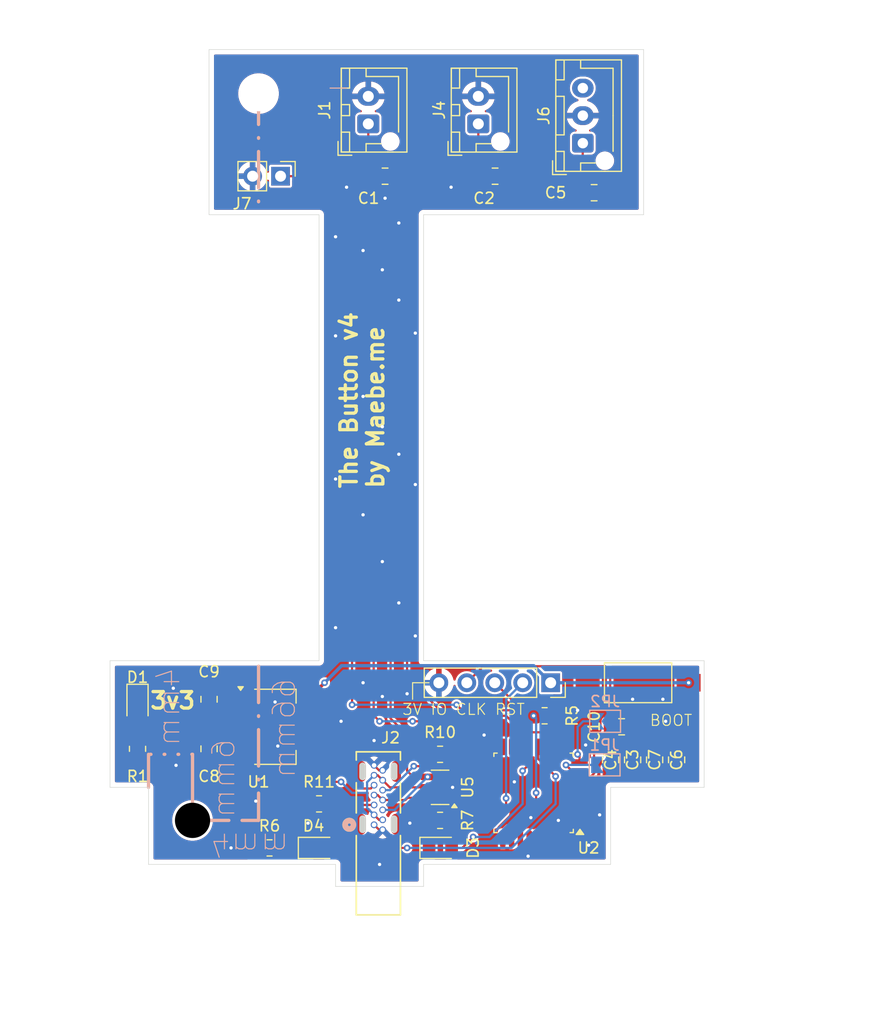
<source format=kicad_pcb>
(kicad_pcb (version 20240108) (generator "pcbnew") (generator_version "8.0")
  (layers (0 "F.Cu" signal) (31 "B.Cu" signal) (34 "B.Paste" user) (35 "F.Paste" user) (36 "B.SilkS" user "B.Silkscreen") (37 "F.SilkS" user "F.Silkscreen") (38 "B.Mask" user) (39 "F.Mask" user) (44 "Edge.Cuts" user))
  (net 0 "")
  (net 1 "VDD_3V")
  (net 2 "GND")
  (net 3 "VDDA_5V")
  (net 4 "NRST")
  (net 5 "Net-(D1-A)")
  (net 6 "USR_LED_2")
  (net 7 "Net-(D3-K)")
  (net 8 "USR_LED_1")
  (net 9 "Net-(D4-K)")
  (net 10 "D_P")
  (net 11 "D_N")
  (net 12 "Net-(J2-CC2)")
  (net 13 "Net-(J2-CC1)")
  (net 14 "Net-(J7-Pin_1)")
  (net 15 "SWDIO")
  (net 16 "SWDCLK")
  (net 25 "HW_CFG_1")
  (net 33 "BTN_HI")
  (net 35 "BTN_LO")
  (net 36 "BTN_KEY")
  (net 38 "HW_CFG_2")
  (footprint "Resistor_SMD:R_0805_2012Metric_Pad1.20x1.40mm_HandSolder" (layer "F.Cu") (at 176.5 94)
    (property "Reference" "R7" (at 2.5 0 90) (layer "F.SilkS"))
    (property "Value" "1k")
    (pad "1" smd roundrect (at -1 0) (size 1.2 1.4) (layers "F.Cu" "F.Paste" "F.Mask") (roundrect_rratio 0.208333) (net 7 "Net-(D3-K)"))
    (pad "2" smd roundrect (at 1 0) (size 1.2 1.4) (layers "F.Cu" "F.Paste" "F.Mask") (roundrect_rratio 0.208333) (net 2 "GND"))
  )
  (footprint "Capacitor_SMD:C_0805_2012Metric_Pad1.18x1.45mm_HandSolder" (layer "F.Cu") (at 194 88.5 90)
    (property "Reference" "C3" (at 0 0 90) (layer "F.SilkS"))
    (property "Value" "100n")
    (pad "1" smd roundrect (at -1.0375 0 90) (size 1.175 1.45) (layers "F.Cu" "F.Paste" "F.Mask") (roundrect_rratio 0.212766) (net 1 "VDD_3V"))
    (pad "2" smd roundrect (at 1.0375 0 90) (size 1.175 1.45) (layers "F.Cu" "F.Paste" "F.Mask") (roundrect_rratio 0.212766) (net 2 "GND"))
  )
  (footprint "Capacitor_SMD:C_0805_2012Metric_Pad1.18x1.45mm_HandSolder" (layer "F.Cu") (at 155.5 87.5 90)
    (property "Reference" "C8" (at -2.5 0 0) (layer "F.SilkS"))
    (property "Value" "10uF")
    (pad "1" smd roundrect (at -1.0375 0 90) (size 1.175 1.45) (layers "F.Cu" "F.Paste" "F.Mask") (roundrect_rratio 0.212766) (net 3 "VDDA_5V"))
    (pad "2" smd roundrect (at 1.0375 0 90) (size 1.175 1.45) (layers "F.Cu" "F.Paste" "F.Mask") (roundrect_rratio 0.212766) (net 2 "GND"))
  )
  (footprint "LED_SMD:LED_0805_2012Metric_Pad1.15x1.40mm_HandSolder" (layer "F.Cu") (at 165.475 96.5)
    (property "Reference" "D4" (at -0.475 -2 0) (layer "F.SilkS"))
    (property "Value" "USR LED 1")
    (pad "1" smd roundrect (at -1.025 0) (size 1.15 1.4) (layers "F.Cu" "F.Paste" "F.Mask") (roundrect_rratio 0.217391) (net 9 "Net-(D4-K)"))
    (pad "2" smd roundrect (at 1.025 0) (size 1.15 1.4) (layers "F.Cu" "F.Paste" "F.Mask") (roundrect_rratio 0.217391) (net 8 "USR_LED_1"))
  )
  (footprint "Package_TO_SOT_SMD:SOT-223-3_TabPin2" (layer "F.Cu") (at 161.5 85.5)
    (property "Reference" "U1" (at -1.5 5 360) (layer "F.SilkS"))
    (property "Value" "LD1117S33TR_SOT223")
    (pad "1" smd roundrect (at -3.15 -2.3) (size 2 1.5) (layers "F.Cu" "F.Paste" "F.Mask") (net 2 "GND"))
    (pad "2" smd roundrect (at -3.15 0) (size 2 1.5) (layers "F.Cu" "F.Paste" "F.Mask") (net 1 "VDD_3V"))
    (pad "2" smd roundrect (at 3.15 0) (size 2 3.8) (layers "F.Cu" "F.Paste" "F.Mask") (net 1 "VDD_3V"))
    (pad "3" smd roundrect (at -3.15 2.3) (size 2 1.5) (layers "F.Cu" "F.Paste" "F.Mask") (net 3 "VDDA_5V"))
  )
  (footprint "Connector_PinSocket_2.54mm:PinSocket_1x05_P2.54mm_Vertical" (layer "F.Cu") (at 186.55 81.5 -90)
    (property "Reference" "J5" (hide yes))
    (property "Value" "Conn_01x05_Pin")
    (pad "1" thru_hole rect (at 0 0 270) (size 1.7 1.7) (drill 1) (layers "*.Cu" "*.Mask") (net 1 "VDD_3V"))
    (pad "2" thru_hole oval (at 0 2.54 270) (size 1.7 1.7) (drill 1) (layers "*.Cu" "*.Mask") (net 15 "SWDIO"))
    (pad "3" thru_hole oval (at 0 5.08 270) (size 1.7 1.7) (drill 1) (layers "*.Cu" "*.Mask") (net 16 "SWDCLK"))
    (pad "4" thru_hole oval (at 0 7.62 270) (size 1.7 1.7) (drill 1) (layers "*.Cu" "*.Mask") (net 4 "NRST"))
    (pad "5" thru_hole oval (at 0 10.16 270) (size 1.7 1.7) (drill 1) (layers "*.Cu" "*.Mask") (net 2 "GND"))
  )
  (footprint "Capacitor_SMD:C_0805_2012Metric_Pad1.18x1.45mm_HandSolder" (layer "F.Cu") (at 171.5 35.5)
    (property "Reference" "C1" (at -1.5 2 360) (layer "F.SilkS"))
    (property "Value" "100nF")
    (pad "1" smd roundrect (at -1.0375 0) (size 1.175 1.45) (layers "F.Cu" "F.Paste" "F.Mask") (roundrect_rratio 0.212766) (net 33 "BTN_HI"))
    (pad "2" smd roundrect (at 1.0375 0) (size 1.175 1.45) (layers "F.Cu" "F.Paste" "F.Mask") (roundrect_rratio 0.212766) (net 2 "GND"))
  )
  (footprint "Package_TO_SOT_SMD:SOT-23-6" (layer "F.Cu") (at 176.5 91 180)
    (property "Reference" "U5" (at -2.5 0 90) (layer "F.SilkS"))
    (property "Value" "USBLC6-2SC6")
    (pad "1" smd roundrect (at -1.1375 -0.95 180) (size 1.325 0.6) (layers "F.Cu" "F.Paste" "F.Mask") (net 10 "D_P"))
    (pad "2" smd roundrect (at -1.1375 0 180) (size 1.325 0.6) (layers "F.Cu" "F.Paste" "F.Mask") (net 2 "GND"))
    (pad "3" smd roundrect (at -1.1375 0.95 180) (size 1.325 0.6) (layers "F.Cu" "F.Paste" "F.Mask") (net 11 "D_N"))
    (pad "4" smd roundrect (at 1.1375 0.95 180) (size 1.325 0.6) (layers "F.Cu" "F.Paste" "F.Mask") (net 11 "D_N"))
    (pad "5" smd roundrect (at 1.1375 0 180) (size 1.325 0.6) (layers "F.Cu" "F.Paste" "F.Mask") (net 3 "VDDA_5V"))
    (pad "6" smd roundrect (at 1.1375 -0.95 180) (size 1.325 0.6) (layers "F.Cu" "F.Paste" "F.Mask") (net 10 "D_P"))
  )
  (footprint "Connector_JST:JST_XH_B2B-XH-AM_1x02_P2.50mm_Vertical" (layer "F.Cu") (at 169.975 30.75 90)
    (property "Reference" "J1" (at 1.25 -3.975 90) (layer "F.SilkS"))
    (property "Value" "Conn_01x02")
    (pad "" np_thru_hole circle (at -1.6 2 90) (size 1.2 1.2) (drill 1.2) (layers "*.Cu" "*.Mask"))
    (pad "1" thru_hole roundrect (at 0 0 90) (size 1.7 2) (drill 1) (layers "*.Cu" "*.Mask") (roundrect_rratio 0.147059) (net 33 "BTN_HI"))
    (pad "2" thru_hole oval (at 2.5 0 90) (size 1.7 2) (drill 1) (layers "*.Cu" "*.Mask") (net 2 "GND"))
  )
  (footprint "Resistor_SMD:R_0805_2012Metric_Pad1.20x1.40mm_HandSolder" (layer "F.Cu") (at 176.5 88)
    (property "Reference" "R10" (at 0 -2 360) (layer "F.SilkS"))
    (property "Value" "5k")
    (pad "1" smd roundrect (at -1 0) (size 1.2 1.4) (layers "F.Cu" "F.Paste" "F.Mask") (roundrect_rratio 0.208333) (net 12 "Net-(J2-CC2)"))
    (pad "2" smd roundrect (at 1 0) (size 1.2 1.4) (layers "F.Cu" "F.Paste" "F.Mask") (roundrect_rratio 0.208333) (net 2 "GND"))
  )
  (footprint "LED_SMD:LED_0805_2012Metric_Pad1.15x1.40mm_HandSolder" (layer "F.Cu") (at 149 83.5 -90)
    (property "Reference" "D1" (at -2.5 0 180) (layer "F.SilkS"))
    (property "Value" "LED 3V")
    (pad "1" smd roundrect (at -1.025 0 270) (size 1.15 1.4) (layers "F.Cu" "F.Paste" "F.Mask") (roundrect_rratio 0.217391) (net 2 "GND"))
    (pad "2" smd roundrect (at 1.025 0 270) (size 1.15 1.4) (layers "F.Cu" "F.Paste" "F.Mask") (roundrect_rratio 0.217391) (net 5 "Net-(D1-A)"))
  )
  (footprint "MountingHole:MountingHole_3.2mm_M3" (layer "F.Cu") (at 160 28)
    (property "Reference" "H2" (hide yes))
    (property "Value" "MountingHole")
    (pad "" np_thru_hole circle (at 0 0) (size 3.2 3.2) (drill 3.2) (layers "*.Cu" "*.Mask"))
  )
  (footprint "Capacitor_SMD:C_0805_2012Metric_Pad1.18x1.45mm_HandSolder" (layer "F.Cu") (at 181.5 35.5)
    (property "Reference" "C2" (at -1 2 360) (layer "F.SilkS"))
    (property "Value" "100nF")
    (pad "1" smd roundrect (at -1.0375 0) (size 1.175 1.45) (layers "F.Cu" "F.Paste" "F.Mask") (roundrect_rratio 0.212766) (net 35 "BTN_LO"))
    (pad "2" smd roundrect (at 1.0375 0) (size 1.175 1.45) (layers "F.Cu" "F.Paste" "F.Mask") (roundrect_rratio 0.212766) (net 2 "GND"))
  )
  (footprint "MountingHole:MountingHole_3.2mm_M3" (layer "F.Cu") (at 154 94)
    (property "Reference" "H1" (hide yes))
    (property "Value" "MountingHole")
    (pad "" np_thru_hole circle (at 0 0) (size 3.2 3.2) (drill 3.2) (layers "*.Mask"))
  )
  (footprint "Resistor_SMD:R_0805_2012Metric_Pad1.20x1.40mm_HandSolder" (layer "F.Cu") (at 149 87.5 90)
    (property "Reference" "R1" (at -2.5 0 180) (layer "F.SilkS"))
    (property "Value" "5k")
    (pad "1" smd roundrect (at -1 0 90) (size 1.2 1.4) (layers "F.Cu" "F.Paste" "F.Mask") (roundrect_rratio 0.208333) (net 1 "VDD_3V"))
    (pad "2" smd roundrect (at 1 0 90) (size 1.2 1.4) (layers "F.Cu" "F.Paste" "F.Mask") (roundrect_rratio 0.208333) (net 5 "Net-(D1-A)"))
  )
  (footprint "Capacitor_SMD:C_0805_2012Metric_Pad1.18x1.45mm_HandSolder" (layer "F.Cu") (at 198 88.5 90)
    (property "Reference" "C6" (at 0 0 90) (layer "F.SilkS"))
    (property "Value" "4.7uF")
    (pad "1" smd roundrect (at -1.0375 0 90) (size 1.175 1.45) (layers "F.Cu" "F.Paste" "F.Mask") (roundrect_rratio 0.212766) (net 1 "VDD_3V"))
    (pad "2" smd roundrect (at 1.0375 0 90) (size 1.175 1.45) (layers "F.Cu" "F.Paste" "F.Mask") (roundrect_rratio 0.212766) (net 2 "GND"))
  )
  (footprint "Resistor_SMD:R_0805_2012Metric_Pad1.20x1.40mm_HandSolder" (layer "F.Cu") (at 161 96.5 180)
    (property "Reference" "R6" (at 0 2 0) (layer "F.SilkS"))
    (property "Value" "1k")
    (pad "1" smd roundrect (at -1 0 180) (size 1.2 1.4) (layers "F.Cu" "F.Paste" "F.Mask") (roundrect_rratio 0.208333) (net 9 "Net-(D4-K)"))
    (pad "2" smd roundrect (at 1 0 180) (size 1.2 1.4) (layers "F.Cu" "F.Paste" "F.Mask") (roundrect_rratio 0.208333) (net 2 "GND"))
  )
  (footprint "Capacitor_SMD:C_0805_2012Metric_Pad1.18x1.45mm_HandSolder" (layer "F.Cu") (at 193 85.5)
    (property "Reference" "C10" (at -2.5 0 90) (layer "F.SilkS"))
    (property "Value" "100nF")
    (pad "1" smd roundrect (at -1.0375 0) (size 1.175 1.45) (layers "F.Cu" "F.Paste" "F.Mask") (roundrect_rratio 0.212766) (net 4 "NRST"))
    (pad "2" smd roundrect (at 1.0375 0) (size 1.175 1.45) (layers "F.Cu" "F.Paste" "F.Mask") (roundrect_rratio 0.212766) (net 2 "GND"))
  )
  (footprint "Connector_PinHeader_2.54mm:PinHeader_1x02_P2.54mm_Vertical" (layer "F.Cu") (at 162 35.5 -90)
    (property "Reference" "J7" (at 2.5 3.5 180) (layer "F.SilkS"))
    (property "Value" "Conn_01x02")
    (pad "1" thru_hole rect (at 0 0 270) (size 1.7 1.7) (drill 1) (layers "*.Cu" "*.Mask") (net 14 "Net-(J7-Pin_1)"))
    (pad "2" thru_hole oval (at 0 2.54 270) (size 1.7 1.7) (drill 1) (layers "*.Cu" "*.Mask") (net 2 "GND"))
  )
  (footprint "Resistor_SMD:R_0805_2012Metric_Pad1.20x1.40mm_HandSolder" (layer "F.Cu") (at 165.5 92.5 180)
    (property "Reference" "R11" (at 0 2 180) (layer "F.SilkS"))
    (property "Value" "5k")
    (pad "1" smd roundrect (at -1 0 180) (size 1.2 1.4) (layers "F.Cu" "F.Paste" "F.Mask") (roundrect_rratio 0.208333) (net 13 "Net-(J2-CC1)"))
    (pad "2" smd roundrect (at 1 0 180) (size 1.2 1.4) (layers "F.Cu" "F.Paste" "F.Mask") (roundrect_rratio 0.208333) (net 2 "GND"))
  )
  (footprint "LED_SMD:LED_0805_2012Metric_Pad1.15x1.40mm_HandSolder" (layer "F.Cu") (at 176.525 96.5)
    (property "Reference" "D3" (at 2.975 0 90) (layer "F.SilkS"))
    (property "Value" "USR LED 2")
    (pad "1" smd roundrect (at -1.025 0) (size 1.15 1.4) (layers "F.Cu" "F.Paste" "F.Mask") (roundrect_rratio 0.217391) (net 7 "Net-(D3-K)"))
    (pad "2" smd roundrect (at 1.025 0) (size 1.15 1.4) (layers "F.Cu" "F.Paste" "F.Mask") (roundrect_rratio 0.217391) (net 6 "USR_LED_2"))
  )
  (footprint "Resistor_SMD:R_0805_2012Metric_Pad1.20x1.40mm_HandSolder" (layer "F.Cu") (at 186 84.5)
    (property "Reference" "R5" (at 2.5 0 90) (layer "F.SilkS"))
    (property "Value" "5k")
    (pad "1" smd roundrect (at -1 0) (size 1.2 1.4) (layers "F.Cu" "F.Paste" "F.Mask") (roundrect_rratio 0.208333) (net 16 "SWDCLK"))
    (pad "2" smd roundrect (at 1 0) (size 1.2 1.4) (layers "F.Cu" "F.Paste" "F.Mask") (roundrect_rratio 0.208333) (net 2 "GND"))
  )
  (footprint "Connector_JST:JST_XH_B3B-XH-AM_1x03_P2.50mm_Vertical" (layer "F.Cu") (at 189.475 32.5 90)
    (property "Reference" "J6" (at 2.5 -3.55 90) (layer "F.SilkS"))
    (property "Value" "Conn_01x03")
    (pad "" np_thru_hole circle (at -1.6 2 90) (size 1.2 1.2) (drill 1.2) (layers "*.Cu" "*.Mask"))
    (pad "1" thru_hole roundrect (at 0 0 90) (size 1.7 1.95) (drill 0.95) (layers "*.Cu" "*.Mask") (roundrect_rratio 0.147059) (net 36 "BTN_KEY"))
    (pad "2" thru_hole oval (at 2.5 0 90) (size 1.7 1.95) (drill 0.95) (layers "*.Cu" "*.Mask") (net 2 "GND"))
    (pad "3" thru_hole oval (at 5 0 90) (size 1.7 1.95) (drill 0.95) (layers "*.Cu" "*.Mask"))
  )
  (footprint "USB:216989-0001_MOL" (layer "F.Cu") (at 170.5 94.399999)
    (property "Reference" "J2" (at 1.5 -7.899999 0) (layer "F.SilkS"))
    (property "Value" "2169890001")
    (fp_line (start -1.04 -4.3547) (end -1.04 -5.3453) (stroke (width 0.6096)) (layer "Edge.Cuts"))
    (fp_line (start -1.04 0.4453) (end -1.04 -0.5453) (stroke (width 0.6096)) (layer "Edge.Cuts"))
    (fp_line (start 1.82 -4.354701) (end 1.82 -5.345301) (stroke (width 0.6096)) (layer "Edge.Cuts"))
    (fp_line (start 1.82 0.4453) (end 1.82 -0.5453) (stroke (width 0.6096)) (layer "Edge.Cuts"))
    (pad "15" smd oval (at -1.2 -4.850001) (size 0.889 1.905) (layers "F.Cu" "F.Paste" "F.Mask"))
    (pad "16" smd oval (at 2 -4.850001) (size 0.889 1.905) (layers "F.Cu" "F.Paste" "F.Mask"))
    (pad "17" smd oval (at -1.2 -0.05) (size 0.889 1.905) (layers "F.Cu" "F.Paste" "F.Mask"))
    (pad "18" smd oval (at 2 -0.05) (size 0.889 1.905) (layers "F.Cu" "F.Paste" "F.Mask"))
    (pad "A1" thru_hole circle (at 0 0) (size 0.6096 0.6096) (drill 0.4064) (layers "*.Cu" "*.Mask") (net 2 "GND"))
    (pad "A4" thru_hole circle (at 0 -0.900001) (size 0.6096 0.6096) (drill 0.4064) (layers "*.Cu" "*.Mask") (net 3 "VDDA_5V"))
    (pad "A5" thru_hole circle (at 0 -1.799999) (size 0.6096 0.6096) (drill 0.4064) (layers "*.Cu" "*.Mask") (net 13 "Net-(J2-CC1)"))
    (pad "A6" thru_hole circle (at 0 -2.7) (size 0.6096 0.6096) (drill 0.4064) (layers "*.Cu" "*.Mask") (net 10 "D_P"))
    (pad "A7" thru_hole circle (at 0 -3.6) (size 0.6096 0.6096) (drill 0.4064) (layers "*.Cu" "*.Mask") (net 11 "D_N"))
    (pad "A9" thru_hole circle (at 0 -4.499999) (size 0.6096 0.6096) (drill 0.4064) (layers "*.Cu" "*.Mask") (net 3 "VDDA_5V"))
    (pad "A12" thru_hole circle (at 0 -5.399999) (size 0.6096 0.6096) (drill 0.4064) (layers "*.Cu" "*.Mask") (net 2 "GND"))
    (pad "B1" thru_hole circle (at 0.780001 -4.949999) (size 0.6096 0.6096) (drill 0.4064) (layers "*.Cu" "*.Mask") (net 2 "GND"))
    (pad "B4" thru_hole circle (at 0.780001 -4.049999) (size 0.6096 0.6096) (drill 0.4064) (layers "*.Cu" "*.Mask") (net 3 "VDDA_5V"))
    (pad "B5" thru_hole circle (at 0.780001 -3.15) (size 0.6096 0.6096) (drill 0.4064) (layers "*.Cu" "*.Mask") (net 12 "Net-(J2-CC2)"))
    (pad "B6" thru_hole circle (at 0.780001 -2.25) (size 0.6096 0.6096) (drill 0.4064) (layers "*.Cu" "*.Mask") (net 10 "D_P"))
    (pad "B7" thru_hole circle (at 0.780001 -1.349999) (size 0.6096 0.6096) (drill 0.4064) (layers "*.Cu" "*.Mask") (net 11 "D_N"))
    (pad "B9" thru_hole circle (at 0.780001 -0.450001) (size 0.6096 0.6096) (drill 0.4064) (layers "*.Cu" "*.Mask") (net 3 "VDDA_5V"))
    (pad "B12" thru_hole circle (at 0.780001 0.45) (size 0.6096 0.6096) (drill 0.4064) (layers "*.Cu" "*.Mask") (net 2 "GND"))
  )
  (footprint "Button_Switch_SMD:SW_SPST_FSMSM" (layer "F.Cu") (at 194.5 81.5)
    (property "Reference" "SW8" (hide yes))
    (property "Value" "SW_SPST BOOT")
    (pad "1" smd rect (at -4.59 0) (size 2.18 1.6) (layers "F.Cu" "F.Paste" "F.Mask") (net 16 "SWDCLK"))
    (pad "2" smd rect (at 4.59 0) (size 2.18 1.6) (layers "F.Cu" "F.Paste" "F.Mask") (net 1 "VDD_3V"))
  )
  (footprint "Capacitor_SMD:C_0805_2012Metric_Pad1.18x1.45mm_HandSolder" (layer "F.Cu") (at 155.5 83 90)
    (property "Reference" "C9" (at 2.5 0 180) (layer "F.SilkS"))
    (property "Value" "10uF")
    (pad "1" smd roundrect (at -1.0375 0 90) (size 1.175 1.45) (layers "F.Cu" "F.Paste" "F.Mask") (roundrect_rratio 0.212766) (net 1 "VDD_3V"))
    (pad "2" smd roundrect (at 1.0375 0 90) (size 1.175 1.45) (layers "F.Cu" "F.Paste" "F.Mask") (roundrect_rratio 0.212766) (net 2 "GND"))
  )
  (footprint "Capacitor_SMD:C_0805_2012Metric_Pad1.18x1.45mm_HandSolder" (layer "F.Cu") (at 190.5 37)
    (property "Reference" "C5" (at -3.5 0 360) (layer "F.SilkS"))
    (property "Value" "100nF")
    (pad "1" smd roundrect (at -1.0375 0) (size 1.175 1.45) (layers "F.Cu" "F.Paste" "F.Mask") (roundrect_rratio 0.212766) (net 36 "BTN_KEY"))
    (pad "2" smd roundrect (at 1.0375 0) (size 1.175 1.45) (layers "F.Cu" "F.Paste" "F.Mask") (roundrect_rratio 0.212766) (net 2 "GND"))
  )
  (footprint "Capacitor_SMD:C_0805_2012Metric_Pad1.18x1.45mm_HandSolder" (layer "F.Cu") (at 196 88.5 90)
    (property "Reference" "C7" (at 0 0 -90) (layer "F.SilkS"))
    (property "Value" "4.7Uf")
    (pad "1" smd roundrect (at -1.0375 0 90) (size 1.175 1.45) (layers "F.Cu" "F.Paste" "F.Mask") (roundrect_rratio 0.212766) (net 1 "VDD_3V"))
    (pad "2" smd roundrect (at 1.0375 0 90) (size 1.175 1.45) (layers "F.Cu" "F.Paste" "F.Mask") (roundrect_rratio 0.212766) (net 2 "GND"))
  )
  (footprint "Capacitor_SMD:C_0805_2012Metric_Pad1.18x1.45mm_HandSolder" (layer "F.Cu") (at 192 88.5 90)
    (property "Reference" "C4" (at 0 0 90) (layer "F.SilkS"))
    (property "Value" "100n")
    (pad "1" smd roundrect (at -1.0375 0 90) (size 1.175 1.45) (layers "F.Cu" "F.Paste" "F.Mask") (roundrect_rratio 0.212766) (net 1 "VDD_3V"))
    (pad "2" smd roundrect (at 1.0375 0 90) (size 1.175 1.45) (layers "F.Cu" "F.Paste" "F.Mask") (roundrect_rratio 0.212766) (net 2 "GND"))
  )
  (footprint "Package_QFP:LQFP-32_7x7mm_P0.8mm" (layer "F.Cu") (at 185 91.5 180)
    (property "Reference" "U2" (at -5 -5 360) (layer "F.SilkS"))
    (property "Value" "STM32C071KBTx")
    (pad "1" smd roundrect (at -4.175 -2.8 180) (size 1.5 0.5) (layers "F.Cu" "F.Paste" "F.Mask"))
    (pad "2" smd roundrect (at -4.175 -2 180) (size 1.5 0.5) (layers "F.Cu" "F.Paste" "F.Mask"))
    (pad "3" smd roundrect (at -4.175 -1.2 180) (size 1.5 0.5) (layers "F.Cu" "F.Paste" "F.Mask"))
    (pad "4" smd roundrect (at -4.175 -0.4 180) (size 1.5 0.5) (layers "F.Cu" "F.Paste" "F.Mask") (net 1 "VDD_3V"))
    (pad "5" smd roundrect (at -4.175 0.4 180) (size 1.5 0.5) (layers "F.Cu" "F.Paste" "F.Mask") (net 2 "GND"))
    (pad "6" smd roundrect (at -4.175 1.2 180) (size 1.5 0.5) (layers "F.Cu" "F.Paste" "F.Mask") (net 4 "NRST"))
    (pad "7" smd roundrect (at -4.175 2 180) (size 1.5 0.5) (layers "F.Cu" "F.Paste" "F.Mask") (net 25 "HW_CFG_1"))
    (pad "8" smd roundrect (at -4.175 2.8 180) (size 1.5 0.5) (layers "F.Cu" "F.Paste" "F.Mask") (net 38 "HW_CFG_2"))
    (pad "9" smd roundrect (at -2.8 4.175 180) (size 0.5 1.5) (layers "F.Cu" "F.Paste" "F.Mask") (net 14 "Net-(J7-Pin_1)"))
    (pad "10" smd roundrect (at -2 4.175 180) (size 0.5 1.5) (layers "F.Cu" "F.Paste" "F.Mask"))
    (pad "11" smd roundrect (at -1.2 4.175 180) (size 0.5 1.5) (layers "F.Cu" "F.Paste" "F.Mask"))
    (pad "12" smd roundrect (at -0.4 4.175 180) (size 0.5 1.5) (layers "F.Cu" "F.Paste" "F.Mask") (net 8 "USR_LED_1"))
    (pad "13" smd roundrect (at 0.4 4.175 180) (size 0.5 1.5) (layers "F.Cu" "F.Paste" "F.Mask") (net 6 "USR_LED_2"))
    (pad "14" smd roundrect (at 1.2 4.175 180) (size 0.5 1.5) (layers "F.Cu" "F.Paste" "F.Mask") (net 36 "BTN_KEY"))
    (pad "15" smd roundrect (at 2 4.175 180) (size 0.5 1.5) (layers "F.Cu" "F.Paste" "F.Mask"))
    (pad "16" smd roundrect (at 2.8 4.175 180) (size 0.5 1.5) (layers "F.Cu" "F.Paste" "F.Mask"))
    (pad "17" smd roundrect (at 4.175 2.8 180) (size 1.5 0.5) (layers "F.Cu" "F.Paste" "F.Mask"))
    (pad "18" smd roundrect (at 4.175 2 180) (size 1.5 0.5) (layers "F.Cu" "F.Paste" "F.Mask") (net 33 "BTN_HI"))
    (pad "19" smd roundrect (at 4.175 1.2 180) (size 1.5 0.5) (layers "F.Cu" "F.Paste" "F.Mask") (net 35 "BTN_LO"))
    (pad "20" smd roundrect (at 4.175 0.4 180) (size 1.5 0.5) (layers "F.Cu" "F.Paste" "F.Mask"))
    (pad "21" smd roundrect (at 4.175 -0.4 180) (size 1.5 0.5) (layers "F.Cu" "F.Paste" "F.Mask"))
    (pad "22" smd roundrect (at 4.175 -1.2 180) (size 1.5 0.5) (layers "F.Cu" "F.Paste" "F.Mask") (net 11 "D_N"))
    (pad "23" smd roundrect (at 4.175 -2 180) (size 1.5 0.5) (layers "F.Cu" "F.Paste" "F.Mask") (net 10 "D_P"))
    (pad "24" smd roundrect (at 4.175 -2.8 180) (size 1.5 0.5) (layers "F.Cu" "F.Paste" "F.Mask") (net 15 "SWDIO"))
    (pad "25" smd roundrect (at 2.8 -4.175 180) (size 0.5 1.5) (layers "F.Cu" "F.Paste" "F.Mask") (net 16 "SWDCLK"))
    (pad "26" smd roundrect (at 2 -4.175 180) (size 0.5 1.5) (layers "F.Cu" "F.Paste" "F.Mask"))
    (pad "27" smd roundrect (at 1.2 -4.175 180) (size 0.5 1.5) (layers "F.Cu" "F.Paste" "F.Mask"))
    (pad "28" smd roundrect (at 0.4 -4.175 180) (size 0.5 1.5) (layers "F.Cu" "F.Paste" "F.Mask"))
    (pad "29" smd roundrect (at -0.4 -4.175 180) (size 0.5 1.5) (layers "F.Cu" "F.Paste" "F.Mask"))
    (pad "30" smd roundrect (at -1.2 -4.175 180) (size 0.5 1.5) (layers "F.Cu" "F.Paste" "F.Mask"))
    (pad "31" smd roundrect (at -2 -4.175 180) (size 0.5 1.5) (layers "F.Cu" "F.Paste" "F.Mask"))
    (pad "32" smd roundrect (at -2.8 -4.175 180) (size 0.5 1.5) (layers "F.Cu" "F.Paste" "F.Mask"))
  )
  (footprint "Connector_JST:JST_XH_B2B-XH-AM_1x02_P2.50mm_Vertical" (layer "F.Cu") (at 179.975 30.75 90)
    (property "Reference" "J4" (at 1.25 -3.55 90) (layer "F.SilkS"))
    (property "Value" "Conn_01x02")
    (pad "" np_thru_hole circle (at -1.6 2 90) (size 1.2 1.2) (drill 1.2) (layers "*.Cu" "*.Mask"))
    (pad "1" thru_hole roundrect (at 0 0 90) (size 1.7 2) (drill 1) (layers "*.Cu" "*.Mask") (roundrect_rratio 0.147059) (net 35 "BTN_LO"))
    (pad "2" thru_hole oval (at 2.5 0 90) (size 1.7 2) (drill 1) (layers "*.Cu" "*.Mask") (net 2 "GND"))
  )
  (footprint "Jumper:SolderJumper-2_P1.3mm_Open_TrianglePad1.0x1.5mm" (layer "B.Cu") (at 191.456908 88.958646 180)
    (property "Reference" "JP1" (at 0 1.8 0) (layer "B.SilkS") (effects (justify mirror)))
    (property "Value" "SolderJumper_2_Open")
    (pad "1" smd custom (at -0.725 0 180) (size 0.3 0.3) (layers "B.Cu" "B.Mask") (net 2 "GND") (options (clearance outline) (anchor rect)) (primitives (gr_poly (pts (xy 1 0) (xy 0.5 -0.75) (xy -0.5 -0.75) (xy -0.5 0.75) (xy 0.5 0.75)) (width 0) (fill yes))))
    (pad "2" smd custom (at 0.725 0 180) (size 0.3 0.3) (layers "B.Cu" "B.Mask") (net 25 "HW_CFG_1") (options (clearance outline) (anchor rect)) (primitives (gr_poly (pts (xy 0.5 -0.75) (xy -0.65 -0.75) (xy -0.15 0) (xy -0.65 0.75) (xy 0.5 0.75)) (width 0) (fill yes))))
  )
  (footprint "Jumper:SolderJumper-2_P1.3mm_Open_TrianglePad1.0x1.5mm" (layer "B.Cu") (at 191.5 85 180)
    (property "Reference" "JP2" (at 0 1.8 0) (layer "B.SilkS") (effects (justify mirror)))
    (property "Value" "SolderJumper_2_Open")
    (pad "1" smd custom (at -0.725 0 180) (size 0.3 0.3) (layers "B.Cu" "B.Mask") (net 2 "GND") (options (clearance outline) (anchor rect)) (primitives (gr_poly (pts (xy 1 0) (xy 0.5 -0.75) (xy -0.5 -0.75) (xy -0.5 0.75) (xy 0.5 0.75)) (width 0) (fill yes))))
    (pad "2" smd custom (at 0.725 0 180) (size 0.3 0.3) (layers "B.Cu" "B.Mask") (net 38 "HW_CFG_2") (options (clearance outline) (anchor rect)) (primitives (gr_poly (pts (xy 0.5 -0.75) (xy -0.65 -0.75) (xy -0.15 0) (xy -0.65 0.75) (xy 0.5 0.75)) (width 0) (fill yes))))
  )
  (gr_line (start 154 94.5) (end 154 88) (stroke (width 0.3)) (layer "B.SilkS"))
  (gr_line (start 154 88) (end 150 88) (stroke (width 0.3) (type dot)) (layer "B.SilkS"))
  (gr_line (start 150 88) (end 150 91) (stroke (width 0.3)) (layer "B.SilkS"))
  (gr_line (start 160 80) (end 160 94) (stroke (width 0.3) (type dash_dot)) (layer "B.SilkS"))
  (gr_line (start 154 94) (end 160 94) (stroke (width 0.3) (type dash)) (layer "B.SilkS"))
  (gr_line (start 166.5 27.5) (end 168 27.5) (stroke (width 0.1)) (layer "B.SilkS"))
  (gr_line (start 160.5 27.5) (end 160 27.5) (stroke (width 0.1)) (layer "B.SilkS"))
  (gr_line (start 160 27.5) (end 160 38.5) (stroke (width 0.3) (type dash_dot)) (layer "B.SilkS"))
  (gr_line (start 174 81.5) (end 175.5 81.5) (stroke (width 0.1)) (layer "F.SilkS"))
  (gr_line (start 174 83) (end 174 81.5) (stroke (width 0.1)) (layer "F.SilkS"))
  (gr_line (start 155.5 24) (end 195 24) (stroke (width 0.05)) (layer "Edge.Cuts"))
  (gr_line (start 150 91) (end 146.5 91) (stroke (width 0.05)) (layer "Edge.Cuts"))
  (gr_line (start 200.5 79.5) (end 175 79.5) (stroke (width 0.05)) (layer "Edge.Cuts"))
  (gr_line (start 195 39) (end 195 24) (stroke (width 0.05)) (layer "Edge.Cuts"))
  (gr_line (start 146.5 79.5) (end 165.5 79.5) (stroke (width 0.05)) (layer "Edge.Cuts"))
  (gr_line (start 200.5 91) (end 200.5 79.5) (stroke (width 0.05)) (layer "Edge.Cuts"))
  (gr_line (start 192 91) (end 200.5 91) (stroke (width 0.05)) (layer "Edge.Cuts"))
  (gr_line (start 175 39) (end 195 39) (stroke (width 0.05)) (layer "Edge.Cuts"))
  (gr_line (start 175 100) (end 167 100) (stroke (width 0.05)) (layer "Edge.Cuts"))
  (gr_line (start 192 98) (end 175 98) (stroke (width 0.05)) (layer "Edge.Cuts"))
  (gr_line (start 192 98) (end 192 91) (stroke (width 0.05)) (layer "Edge.Cuts"))
  (gr_line (start 146.5 91) (end 146.5 79.5) (stroke (width 0.05)) (layer "Edge.Cuts"))
  (gr_line (start 167 100) (end 167 98) (stroke (width 0.05)) (layer "Edge.Cuts"))
  (gr_line (start 167 98) (end 150 98) (stroke (width 0.05)) (layer "Edge.Cuts"))
  (gr_line (start 150 98) (end 150 91) (stroke (width 0.05)) (layer "Edge.Cuts"))
  (gr_line (start 165.5 39) (end 155.5 39) (stroke (width 0.05)) (layer "Edge.Cuts"))
  (gr_line (start 155.5 39) (end 155.5 24) (stroke (width 0.05)) (layer "Edge.Cuts"))
  (gr_line (start 175 98) (end 175 100) (stroke (width 0.05)) (layer "Edge.Cuts"))
  (gr_line (start 175 79.5) (end 175 39) (stroke (width 0.05)) (layer "Edge.Cuts"))
  (gr_line (start 165.5 79.5) (end 165.5 39) (stroke (width 0.05)) (layer "Edge.Cuts"))
  (gr_text "6mm\n" (at 158 86.5 90) (layer "B.SilkS") (effects (font (size 2 2) (thickness 0.1)) (justify left bottom mirror)))
  (gr_text "66mm" (at 163.5 81 90) (layer "B.SilkS") (effects (font (size 2 2) (thickness 0.1)) (justify left bottom mirror)))
  (gr_text "4mm" (at 155.5 95 180) (layer "B.SilkS") (effects (font (size 2 2) (thickness 0.1)) (justify left bottom mirror)))
  (gr_text "4mm" (at 153 80 90) (layer "B.SilkS") (effects (font (size 2 2) (thickness 0.1)) (justify left bottom mirror)))
  (gr_text "3V IO CLK RST\n" (at 173 84.5 0) (layer "F.SilkS") (effects (font (size 1 1) (thickness 0.1)) (justify left bottom)))
  (gr_text "3v3" (at 150 84 0) (layer "F.SilkS") (effects (font (size 1.5 1.5) (thickness 0.3) (bold yes)) (justify left bottom)))
  (gr_text "BOOT\n" (at 195.5 85.5 0) (layer "F.SilkS") (effects (font (size 1 1) (thickness 0.1)) (justify left bottom)))
  (gr_text "The Button v4\nby Maebe.me" (at 171.5 64 90) (layer "F.SilkS") (effects (font (size 1.5 1.5) (thickness 0.3) (bold yes)) (justify left bottom)))
  (segment (start 190.6 91.9) (end 191 91.5) (width 0.3) (layer "F.Cu") (net 1))
  (segment (start 192 89.5375) (end 191 90.5375) (width 0.3) (layer "F.Cu") (net 1))
  (segment (start 199.5 88.0375) (end 198 89.5375) (width 0.3) (layer "F.Cu") (net 1))
  (segment (start 164.65 85.5) (end 164.65 82.85) (width 0.3) (layer "F.Cu") (net 1))
  (segment (start 191 91.5) (end 191 90.5375) (width 0.3) (layer "F.Cu") (net 1))
  (segment (start 198 89.5375) (end 192 89.5375) (width 0.3) (layer "F.Cu") (net 1))
  (segment (start 164.65 85.5) (end 158.35 85.5) (width 0.3) (layer "F.Cu") (net 1))
  (segment (start 199.5 84.5) (end 199.5 88.0375) (width 0.3) (layer "F.Cu") (net 1))
  (segment (start 154.4625 84.0375) (end 155.5 84.0375) (width 0.2) (layer "F.Cu") (net 1))
  (segment (start 199.09 84.09) (end 199.5 84.5) (width 0.3) (layer "F.Cu") (net 1))
  (segment (start 164.65 82.85) (end 166 81.5) (width 0.3) (layer "F.Cu") (net 1))
  (segment (start 155.5 84.0375) (end 156.5375 84.0375) (width 0.2) (layer "F.Cu") (net 1))
  (segment (start 158 85.5) (end 158.35 85.5) (width 0.2) (layer "F.Cu") (net 1))
  (segment (start 149 88.5) (end 150 88.5) (width 0.2) (layer "F.Cu") (net 1))
  (segment (start 189.175 91.9) (end 190.6 91.9) (width 0.3) (layer "F.Cu") (net 1))
  (segment (start 150 88.5) (end 154.4625 84.0375) (width 0.2) (layer "F.Cu") (net 1))
  (segment (start 156.5375 84.0375) (end 158 85.5) (width 0.2) (layer "F.Cu") (net 1))
  (segment (start 199.09 81.5) (end 199.09 84.09) (width 0.3) (layer "F.Cu") (net 1))
  (via (at 166 81.5) (size 0.6) (drill 0.3) (layers "F.Cu" "B.Cu") (net 1))
  (via (at 199.09 81.5) (size 0.6) (drill 0.3) (layers "F.Cu" "B.Cu") (net 1))
  (segment (start 186.55 81.5) (end 185 79.95) (width 0.3) (layer "B.Cu") (net 1))
  (segment (start 186.55 81.5) (end 199.09 81.5) (width 0.3) (layer "B.Cu") (net 1))
  (segment (start 167.55 79.95) (end 166 81.5) (width 0.3) (layer "B.Cu") (net 1))
  (segment (start 185 79.95) (end 167.55 79.95) (width 0.3) (layer "B.Cu") (net 1))
  (segment (start 171.280001 94.849999) (end 170.95 94.849999) (width 0.2) (layer "F.Cu") (net 2))
  (segment (start 170.95 94.849999) (end 170.5 94.399999) (width 0.2) (layer "F.Cu") (net 2))
  (segment (start 171.280001 89.45) (end 170.95 89.45) (width 0.2) (layer "F.Cu") (net 2))
  (segment (start 170.95 89.45) (end 170.5 89) (width 0.2) (layer "F.Cu") (net 2))
  (via (at 161.75 87.25) (size 0.6) (drill 0.3) (layers "F.Cu" "B.Cu") (net 2))
  (via (at 189 84) (size 0.6) (drill 0.3) (layers "F.Cu" "B.Cu") (net 2))
  (via (at 169.5 55.5) (size 0.6) (drill 0.3) (layers "F.Cu" "B.Cu") (net 2))
  (via (at 172.75 46.75) (size 0.6) (drill 0.3) (layers "F.Cu" "B.Cu") (net 2))
  (via (at 191 93.5) (size 0.6) (drill 0.3) (layers "F.Cu" "B.Cu") (net 2))
  (via (at 184.5 97.25) (size 0.6) (drill 0.3) (layers "F.Cu" "B.Cu") (net 2))
  (via (at 180.5 86.25) (size 0.6) (drill 0.3) (layers "F.Cu" "B.Cu") (net 2))
  (via (at 173.75 94.25) (size 0.6) (drill 0.3) (layers "F.Cu" "B.Cu") (net 2))
  (via (at 172.75 39.75) (size 0.6) (drill 0.3) (layers "F.Cu" "B.Cu") (net 2))
  (via (at 172.75 60.75) (size 0.6) (drill 0.3) (layers "F.Cu" "B.Cu") (net 2))
  (via (at 183.25 90.5) (size 0.6) (drill 0.3) (layers "F.Cu" "B.Cu") (net 2))
  (via (at 177.6375 91) (size 0.6) (drill 0.3) (layers "F.Cu" "B.Cu") (net 2))
  (via (at 169.5 81.5) (size 0.6) (drill 0.3) (layers "F.Cu" "B.Cu") (net 2))
  (via (at 169.5 66.25) (size 0.6) (drill 0.3) (layers "F.Cu" "B.Cu") (net 2))
  (via (at 152.25 82) (size 0.6) (drill 0.3) (layers "F.Cu" "B.Cu") (net 2))
  (via (at 184.75 93.75) (size 0.6) (drill 0.3) (layers "F.Cu" "B.Cu") (net 2))
  (via (at 194 83) (size 0.6) (drill 0.3) (layers "F.Cu" "B.Cu") (net 2))
  (via (at 171.25 58.25) (size 0.6) (drill 0.3) (layers "F.Cu" "B.Cu") (net 2))
  (via (at 177.5 36.5) (size 0.6) (drill 0.3) (layers "F.Cu" "B.Cu") (net 2))
  (via (at 164.5 94.25) (size 0.6) (drill 0.3) (layers "F.Cu" "B.Cu") (net 2))
  (via (at 167.5 85) (size 0.6) (drill 0.3) (layers "F.Cu" "B.Cu") (net 2))
  (via (at 168 36.5) (size 0.6) (drill 0.3) (layers "F.Cu" "B.Cu") (net 2))
  (via (at 190 96.25) (size 0.6) (drill 0.3) (layers "F.Cu" "B.Cu") (net 2))
  (via (at 172.75 74.25) (size 0.6) (drill 0.3) (layers "F.Cu" "B.Cu") (net 2))
  (via (at 173.5 82.5) (size 0.6) (drill 0.3) (layers "F.Cu" "B.Cu") (net 2))
  (via (at 174.25 63.5) (size 0.6) (drill 0.3) (layers "F.Cu" "B.Cu") (net 2))
  (via (at 157.5 96.5) (size 0.6) (drill 0.3) (layers "F.Cu" "B.Cu") (net 2))
  (via (at 197 85) (size 0.6) (drill 0.3) (layers "F.Cu" "B.Cu") (net 2))
  (via (at 167 41) (size 0.6) (drill 0.3) (layers "F.Cu" "B.Cu") (net 2))
  (via (at 167 50) (size 0.6) (drill 0.3) (layers "F.Cu" "B.Cu") (net 2))
  (via (at 161.5 83.25) (size 0.6) (drill 0.3) (layers "F.Cu" "B.Cu") (net 2))
  (via (at 174.25 49.75) (size 0.6) (drill 0.3) (layers "F.Cu" "B.Cu") (net 2))
  (via (at 169.5 42.25) (size 0.6) (drill 0.3) (layers "F.Cu" "B.Cu") (net 2))
  (via (at 170.5 86.75) (size 0.6) (drill 0.3) (layers "F.Cu" "B.Cu") (net 2))
  (via (at 167 63) (size 0.6) (drill 0.3) (layers "F.Cu" "B.Cu") (net 2))
  (via (at 187.25 94) (size 0.6) (drill 0.3) (layers "F.Cu" "B.Cu") (net 2))
  (via (at 171.25 70.5) (size 0.6) (drill 0.3) (layers "F.Cu" "B.Cu") (net 2))
  (via (at 171.5 37.5) (size 0.6) (drill 0.3) (layers "F.Cu" "B.Cu") (net 2))
  (via (at 159.75 92.25) (size 0.6) (drill 0.3) (layers "F.Cu" "B.Cu") (net 2))
  (via (at 174.25 77.25) (size 0.6) (drill 0.3) (layers "F.Cu" "B.Cu") (net 2))
  (via (at 171.25 82.75) (size 0.6) (drill 0.3) (layers "F.Cu" "B.Cu") (net 2))
  (via (at 152.5 89) (size 0.6) (drill 0.3) (layers "F.Cu" "B.Cu") (net 2))
  (via (at 196.75 83) (size 0.6) (drill 0.3) (layers "F.Cu" "B.Cu") (net 2))
  (via (at 171.25 44) (size 0.6) (drill 0.3) (layers "F.Cu" "B.Cu") (net 2))
  (via (at 167 76.5) (size 0.6) (drill 0.3) (layers "F.Cu" "B.Cu") (net 2))
  (via (at 189.73 87.152933) (size 0.6) (drill 0.3) (layers "F.Cu" "B.Cu") (net 2))
  (via (at 171 98) (size 0.6) (drill 0.3) (layers "F.Cu" "B.Cu") (net 2))
  (segment (start 175.3625 91) (end 171.930001 91) (width 0.2) (layer "F.Cu") (net 3))
  (segment (start 159.8 87.8) (end 158.35 87.8) (width 0.2) (layer "F.Cu") (net 3))
  (segment (start 156.4625 88.5375) (end 157.2 87.8) (width 0.2) (layer "F.Cu") (net 3))
  (segment (start 171.280001 93.949998) (end 170.95 93.949998) (width 0.2) (layer "F.Cu") (net 3))
  (segment (start 155.5 88.5375) (end 156.4625 88.5375) (width 0.2) (layer "F.Cu") (net 3))
  (segment (start 170.5 89.9) (end 170.830001 89.9) (width 0.2) (layer "F.Cu") (net 3))
  (segment (start 171.930001 91) (end 171.280001 90.35) (width 0.2) (layer "F.Cu") (net 3))
  (segment (start 170.95 93.949998) (end 170.5 93.499998) (width 0.2) (layer "F.Cu") (net 3))
  (segment (start 162.5 90.5) (end 159.8 87.8) (width 0.2) (layer "F.Cu") (net 3))
  (segment (start 170.830001 89.9) (end 171.280001 90.35) (width 0.2) (layer "F.Cu") (net 3))
  (segment (start 157.2 87.8) (end 158.35 87.8) (width 0.2) (layer "F.Cu") (net 3))
  (segment (start 167.5 90.5) (end 162.5 90.5) (width 0.2) (layer "F.Cu") (net 3))
  (via (at 167.5 90.5) (size 0.6) (drill 0.3) (layers "F.Cu" "B.Cu") (net 3))
  (segment (start 169.8668 90.5332) (end 170.5 89.9) (width 0.2) (layer "B.Cu") (net 3))
  (segment (start 168.5 91.5) (end 167.5 90.5) (width 0.2) (layer "B.Cu") (net 3))
  (segment (start 169.8668 91.5) (end 169.8668 90.5332) (width 0.2) (layer "B.Cu") (net 3))
  (segment (start 169.8668 92.866798) (end 169.8668 91.5) (width 0.2) (layer "B.Cu") (net 3))
  (segment (start 169.8668 91.5) (end 168.5 91.5) (width 0.2) (layer "B.Cu") (net 3))
  (segment (start 170.5 93.499998) (end 169.8668 92.866798) (width 0.2) (layer "B.Cu") (net 3))
  (segment (start 189.924999 90.3) (end 189.175 90.3) (width 0.2) (layer "F.Cu") (net 4))
  (segment (start 190.5 86.9625) (end 190.5 89.724999) (width 0.2) (layer "F.Cu") (net 4))
  (segment (start 190.5 89.724999) (end 189.924999 90.3) (width 0.2) (layer "F.Cu") (net 4))
  (segment (start 180.43 80) (end 191.5 80) (width 0.2) (layer "F.Cu") (net 4))
  (segment (start 191.9625 81.0375) (end 191.9625 85.5) (width 0.2) (layer "F.Cu") (net 4))
  (segment (start 192 80.5) (end 192 81) (width 0.2) (layer "F.Cu") (net 4))
  (segment (start 192 81) (end 191.9625 81.0375) (width 0.2) (layer "F.Cu") (net 4))
  (segment (start 191.5 80) (end 192 80.5) (width 0.2) (layer "F.Cu") (net 4))
  (segment (start 178.93 81.5) (end 180.43 80) (width 0.2) (layer "F.Cu") (net 4))
  (segment (start 191.9625 85.5) (end 190.5 86.9625) (width 0.2) (layer "F.Cu") (net 4))
  (segment (start 149 86) (end 149 84.025) (width 0.2) (layer "F.Cu") (net 5))
  (segment (start 178.510482 96.5) (end 179.505241 95.505241) (width 0.2) (layer "F.Cu") (net 6))
  (segment (start 184.6 88.9) (end 184 89.5) (width 0.2) (layer "F.Cu") (net 6))
  (segment (start 184.6 87.325) (end 184.6 88.9) (width 0.2) (layer "F.Cu") (net 6))
  (segment (start 177.55 96.5) (end 178.510482 96.5) (width 0.2) (layer "F.Cu") (net 6))
  (via (at 179.505241 95.505241) (size 0.6) (drill 0.3) (layers "F.Cu" "B.Cu") (net 6))
  (via (at 184 89.5) (size 0.6) (drill 0.3) (layers "F.Cu" "B.Cu") (net 6))
  (segment (start 184 92.5) (end 184 89.5) (width 0.2) (layer "B.Cu") (net 6))
  (segment (start 180.994759 95.505241) (end 184 92.5) (width 0.2) (layer "B.Cu") (net 6))
  (segment (start 179.505241 95.505241) (end 180.994759 95.505241) (width 0.2) (layer "B.Cu") (net 6))
  (segment (start 175.5 94) (end 175.5 96.5) (width 0.2) (layer "F.Cu") (net 7))
  (segment (start 185.4 88.4) (end 187 90) (width 0.2) (layer "F.Cu") (net 8))
  (segment (start 185.4 87.325) (end 185.4 88.4) (width 0.2) (layer "F.Cu") (net 8))
  (segment (start 166.5 96.5) (end 173.5 96.5) (width 0.2) (layer "F.Cu") (net 8))
  (via (at 173.5 96.5) (size 0.6) (drill 0.3) (layers "F.Cu" "B.Cu") (net 8))
  (via (at 187 90) (size 0.6) (drill 0.3) (layers "F.Cu" "B.Cu") (net 8))
  (segment (start 183 96.5) (end 187 92.5) (width 0.2) (layer "B.Cu") (net 8))
  (segment (start 187 92.5) (end 187 90) (width 0.2) (layer "B.Cu") (net 8))
  (segment (start 173.5 96.5) (end 183 96.5) (width 0.2) (layer "B.Cu") (net 8))
  (segment (start 162 96.5) (end 164.45 96.5) (width 0.2) (layer "F.Cu") (net 9))
  (segment (start 179 93) (end 179.5 93.5) (width 0.2) (layer "F.Cu") (net 10))
  (segment (start 173.350001 92.149999) (end 173.55 91.95) (width 0.2) (layer "F.Cu") (net 10))
  (segment (start 171.280001 92.149999) (end 173.350001 92.149999) (width 0.2) (layer "F.Cu") (net 10))
  (segment (start 170.5 91.699999) (end 170.830001 91.699999) (width 0.2) (layer "F.Cu") (net 10))
  (segment (start 173.55 91.95) (end 177.6375 91.95) (width 0.2) (layer "F.Cu") (net 10))
  (segment (start 170.830001 91.699999) (end 171.280001 92.149999) (width 0.2) (layer "F.Cu") (net 10))
  (segment (start 178.45 91.95) (end 179 92.5) (width 0.2) (layer "F.Cu") (net 10))
  (segment (start 177.6375 91.95) (end 178.45 91.95) (width 0.2) (layer "F.Cu") (net 10))
  (segment (start 179 92.5) (end 179 93) (width 0.2) (layer "F.Cu") (net 10))
  (segment (start 179.5 93.5) (end 180.825 93.5) (width 0.2) (layer "F.Cu") (net 10))
  (segment (start 179 90.5) (end 179 91.624999) (width 0.2) (layer "F.Cu") (net 11))
  (segment (start 172.5 87.5) (end 169 87.5) (width 0.2) (layer "F.Cu") (net 11))
  (segment (start 173.5 89.5) (end 173.5 88.5) (width 0.2) (layer "F.Cu") (net 11))
  (segment (start 175.3625 90.05) (end 175.362514 90.05) (width 0.2) (layer "F.Cu") (net 11))
  (segment (start 169 87.5) (end 168 88.5) (width 0.2) (layer "F.Cu") (net 11))
  (segment (start 177.6375 90.05) (end 175.3625 90.05) (width 0.2) (layer "F.Cu") (net 11))
  (segment (start 175.362514 90.05) (end 174.05 90.05) (width 0.2) (layer "F.Cu") (net 11))
  (segment (start 170.1952 91.104799) (end 170.5 90.799999) (width 0.2) (layer "F.Cu") (net 11))
  (segment (start 174.05 90.05) (end 173.5 89.5) (width 0.2) (layer "F.Cu") (net 11))
  (segment (start 178.55 90.05) (end 179 90.5) (width 0.2) (layer "F.Cu") (net 11))
  (segment (start 177.6375 90.05) (end 178.55 90.05) (width 0.2) (layer "F.Cu") (net 11))
  (segment (start 168 90) (end 169.104799 91.104799) (width 0.2) (layer "F.Cu") (net 11))
  (segment (start 168 88.5) (end 168 90) (width 0.2) (layer "F.Cu") (net 11))
  (segment (start 173.5 88.5) (end 172.5 87.5) (width 0.2) (layer "F.Cu") (net 11))
  (segment (start 179 91.624999) (end 180.075001 92.7) (width 0.2) (layer "F.Cu") (net 11))
  (segment (start 180.075001 92.7) (end 180.825 92.7) (width 0.2) (layer "F.Cu") (net 11))
  (segment (start 169.104799 91.104799) (end 170.1952 91.104799) (width 0.2) (layer "F.Cu") (net 11))
  (via (at 175.362514 90.05) (size 0.6) (drill 0.3) (layers "F.Cu" "B.Cu") (net 11))
  (segment (start 172.362514 93.05) (end 175.362514 90.05) (width 0.2) (layer "B.Cu") (net 11))
  (segment (start 171.280001 93.05) (end 172.362514 93.05) (width 0.2) (layer "B.Cu") (net 11))
  (segment (start 175.121177 89.078823) (end 174.111199 89.078823) (width 0.2) (layer "F.Cu") (net 12))
  (segment (start 175.5 88.7) (end 175.121177 89.078823) (width 0.2) (layer "F.Cu") (net 12))
  (segment (start 175.5 88) (end 175.5 88.7) (width 0.2) (layer "F.Cu") (net 12))
  (via (at 174.111199 89.078823) (size 0.6) (drill 0.3) (layers "F.Cu" "B.Cu") (net 12))
  (segment (start 171.280001 91.249999) (end 171.940023 91.249999) (width 0.2) (layer "B.Cu") (net 12))
  (segment (start 171.940023 91.249999) (end 174.111199 89.078823) (width 0.2) (layer "B.Cu") (net 12))
  (segment (start 166.6 92.6) (end 166.5 92.5) (width 0.2) (layer "F.Cu") (net 13))
  (segment (start 170.5 92.6) (end 166.6 92.6) (width 0.2) (layer "F.Cu") (net 13))
  (segment (start 187.5 86) (end 184.915256 86) (width 0.2) (layer "F.Cu") (net 14))
  (segment (start 178.5 84) (end 178 83.5) (width 0.2) (layer "F.Cu") (net 14))
  (segment (start 184.915256 86) (end 183 84.084744) (width 0.2) (layer "F.Cu") (net 14))
  (segment (start 168.5 39.5) (end 168.5 83.5) (width 0.2) (layer "F.Cu") (net 14))
  (segment (start 183 84.084744) (end 183 84) (width 0.2) (layer "F.Cu") (net 14))
  (segment (start 187.8 86.3) (end 187.5 86) (width 0.2) (layer "F.Cu") (net 14))
  (segment (start 183 84) (end 178.5 84) (width 0.2) (layer "F.Cu") (net 14))
  (segment (start 162 35.5) (end 164.5 35.5) (width 0.2) (layer "F.Cu") (net 14))
  (segment (start 164.5 35.5) (end 168.5 39.5) (width 0.2) (layer "F.Cu") (net 14))
  (segment (start 187.8 87.325) (end 187.8 86.3) (width 0.2) (layer "F.Cu") (net 14))
  (via (at 178 83.5) (size 0.6) (drill 0.3) (layers "F.Cu" "B.Cu") (net 14))
  (via (at 168.5 83.5) (size 0.6) (drill 0.3) (layers "F.Cu" "B.Cu") (net 14))
  (segment (start 178 83.5) (end 168.5 83.5) (width 0.2) (layer "B.Cu") (net 14))
  (segment (start 182.500002 93.374997) (end 182.500002 92) (width 0.2) (layer "F.Cu") (net 15))
  (segment (start 180.825 94.3) (end 181.574999 94.3) (width 0.2) (layer "F.Cu") (net 15))
  (segment (start 181.574999 94.3) (end 182.500002 93.374997) (width 0.2) (layer "F.Cu") (net 15))
  (via (at 182.500002 92) (size 0.6) (drill 0.3) (layers "F.Cu" "B.Cu") (net 15))
  (segment (start 184.01 81.5) (end 182.500002 83.009998) (width 0.2) (layer "B.Cu") (net 15))
  (segment (start 182.500002 83.009998) (end 182.500002 92) (width 0.2) (layer "B.Cu") (net 15))
  (segment (start 182.2 95.120494) (end 182.695494 94.625) (width 0.2) (layer "F.Cu") (net 16))
  (segment (start 185.23 92.27) (end 185.23 91.5) (width 0.2) (layer "F.Cu") (net 16))
  (segment (start 182.2 95.675) (end 182.2 95.120494) (width 0.2) (layer "F.Cu") (net 16))
  (segment (start 186.85 82.65) (end 188.76 82.65) (width 0.2) (layer "F.Cu") (net 16))
  (segment (start 185 84.5) (end 186.85 82.65) (width 0.2) (layer "F.Cu") (net 16))
  (segment (start 182.695494 94.625) (end 182.875 94.625) (width 0.2) (layer "F.Cu") (net 16))
  (segment (start 182.875 94.625) (end 185.23 92.27) (width 0.2) (layer "F.Cu") (net 16))
  (segment (start 188.76 82.65) (end 189.91 81.5) (width 0.2) (layer "F.Cu") (net 16))
  (segment (start 184.47 84.5) (end 185 84.5) (width 0.2) (layer "F.Cu") (net 16))
  (segment (start 181.47 81.5) (end 184.47 84.5) (width 0.2) (layer "F.Cu") (net 16))
  (via (at 185.23 91.5) (size 0.6) (drill 0.3) (layers "F.Cu" "B.Cu") (net 16))
  (via (at 185 84.5) (size 0.6) (drill 0.3) (layers "F.Cu" "B.Cu") (net 16))
  (segment (start 185.23 84.73) (end 185.23 91.5) (width 0.2) (layer "B.Cu") (net 16))
  (segment (start 185 84.5) (end 185.23 84.73) (width 0.2) (layer "B.Cu") (net 16))
  (segment (start 188.47333 89.5) (end 187.941167 88.967837) (width 0.2) (layer "F.Cu") (net 25))
  (segment (start 189.175 89.5) (end 188.47333 89.5) (width 0.2) (layer "F.Cu") (net 25))
  (via (at 187.941167 88.967837) (size 0.6) (drill 0.3) (layers "F.Cu" "B.Cu") (net 25))
  (segment (start 188.041354 88.958646) (end 188 89) (width 0.2) (layer "B.Cu") (net 25))
  (segment (start 187.967837 88.967837) (end 187.941167 88.967837) (width 0.2) (layer "B.Cu") (net 25))
  (segment (start 190.731908 88.958646) (end 188.041354 88.958646) (width 0.2) (layer "B.Cu") (net 25))
  (segment (start 188 89) (end 187.967837 88.967837) (width 0.2) (layer "B.Cu") (net 25))
  (segment (start 180.075001 89.5) (end 179.5 88.924999) (width 0.2) (layer "F.Cu") (net 33))
  (segment (start 170.4625 35.4625) (end 169.975 34.975) (width 0.2) (layer "F.Cu") (net 33))
  (segment (start 170.4625 35.5) (end 170.4625 84.4625) (width 0.2) (layer "F.Cu") (net 33))
  (segment (start 169.975 32.975) (end 169.975 30.75) (width 0.2) (layer "F.Cu") (net 33))
  (segment (start 170.4625 84.4625) (end 171 85) (width 0.2) (layer "F.Cu") (net 33))
  (segment (start 170.4625 33.5375) (end 170.5 33.5) (width 0.2) (layer "F.Cu") (net 33))
  (segment (start 180.825 89.5) (end 180.075001 89.5) (width 0.2) (layer "F.Cu") (net 33))
  (segment (start 170.4625 35.5) (end 170.4625 35.4625) (width 0.2) (layer "F.Cu") (net 33))
  (segment (start 170.5 33.5) (end 169.975 32.975) (width 0.2) (layer "F.Cu") (net 33))
  (segment (start 179.5 86.5) (end 178 85) (width 0.2) (layer "F.Cu") (net 33))
  (segment (start 179.5 88.924999) (end 179.5 86.5) (width 0.2) (layer "F.Cu") (net 33))
  (segment (start 170.4625 35.5) (end 170.4625 33.5375) (width 0.2) (layer "F.Cu") (net 33))
  (segment (start 178 85) (end 174 85) (width 0.2) (layer "F.Cu") (net 33))
  (via (at 171 85) (size 0.6) (drill 0.3) (layers "F.Cu" "B.Cu") (net 33))
  (via (at 174 85) (size 0.6) (drill 0.3) (layers "F.Cu" "B.Cu") (net 33))
  (segment (start 174 85) (end 171 85) (width 0.2) (layer "B.Cu") (net 33))
  (segment (start 173.5 86.25) (end 178.25 86.25) (width 0.2) (layer "F.Cu") (net 35))
  (segment (start 180.4625 35.5) (end 180.4625 34.4625) (width 0.2) (layer "F.Cu") (net 35))
  (segment (start 180.4625 34.4625) (end 179.975 33.975) (width 0.2) (layer "F.Cu") (net 35))
  (segment (start 179 87) (end 179 89.224999) (width 0.2) (layer "F.Cu") (net 35))
  (segment (start 179 89.224999) (end 180.075001 90.3) (width 0.2) (layer "F.Cu") (net 35))
  (segment (start 178.25 86.25) (end 179 87) (width 0.2) (layer "F.Cu") (net 35))
  (segment (start 179.975 33.975) (end 179.975 30.75) (width 0.2) (layer "F.Cu") (net 35))
  (segment (start 180.4625 35.5) (end 175 35.5) (width 0.2) (layer "F.Cu") (net 35))
  (segment (start 172 84.75) (end 173.5 86.25) (width 0.2) (layer "F.Cu") (net 35))
  (segment (start 172 38.5) (end 172 84.75) (width 0.2) (layer "F.Cu") (net 35))
  (segment (start 180.075001 90.3) (end 180.825 90.3) (width 0.2) (layer "F.Cu") (net 35))
  (segment (start 175 35.5) (end 172 38.5) (width 0.2) (layer "F.Cu") (net 35))
  (segment (start 185.5 37.5) (end 186 37) (width 0.2) (layer "F.Cu") (net 36))
  (segment (start 182.5 84.5) (end 183.8 85.8) (width 0.2) (layer "F.Cu") (net 36))
  (segment (start 189.4625 33.0125) (end 189.475 33) (width 0.2) (layer "F.Cu") (net 36))
  (segment (start 186 37) (end 189.4625 37) (width 0.2) (layer "F.Cu") (net 36))
  (segment (start 174.5 37.5) (end 185.5 37.5) (width 0.2) (layer "F.Cu") (net 36))
  (segment (start 174.5 37.5) (end 173.5 38.5) (width 0.2) (layer "F.Cu") (net 36))
  (segment (start 177 84.5) (end 182.5 84.5) (width 0.2) (layer "F.Cu") (net 36))
  (segment (start 173.5 38.5) (end 173.5 81) (width 0.2) (layer "F.Cu") (net 36))
  (segment (start 183.8 85.8) (end 183.8 87.325) (width 0.2) (layer "F.Cu") (net 36))
  (segment (start 189.4625 37.5) (end 189.4625 33.0125) (width 0.2) (layer "F.Cu") (net 36))
  (segment (start 173.5 81) (end 177 84.5) (width 0.2) (layer "F.Cu") (net 36))
  (segment (start 189.175 88.175) (end 189 88) (width 0.2) (layer "F.Cu") (net 38))
  (segment (start 189.175 88.7) (end 189.175 88.175) (width 0.2) (layer "F.Cu") (net 38))
  (via (at 189 88) (size 0.6) (drill 0.3) (layers "F.Cu" "B.Cu") (net 38))
  (segment (start 189.5 85) (end 190.275 85) (width 0.2) (layer "B.Cu") (net 38))
  (segment (start 189 85.5) (end 189 88) (width 0.2) (layer "B.Cu") (net 38))
  (segment (start 189.5 85) (end 189 85.5) (width 0.2) (layer "B.Cu") (net 38))
  (zone (net 2) (net_name "GND") (layer "F.Cu") (connect_pads (clearance 0.2)) (min_thickness 0.2) (fill yes (thermal_gap 0.5) (thermal_bridge_width 0.5))
    (polygon (pts (xy 212 19.5) (xy 136.5 19.5) (xy 136.5 107) (xy 142 112.5) (xy 201.5 112.5) (xy 210.5 103.5) (xy 210.5 102.5) (xy 212 101)))
  )
  (zone (net 2) (net_name "GND") (layer "B.Cu") (priority 1) (connect_pads (clearance 0.2)) (min_thickness 0.25) (fill yes (thermal_gap 0.5) (thermal_bridge_width 0.5))
    (polygon (pts (xy 136.5 19.5) (xy 136.5 109) (xy 205.5 109) (xy 212 102.5) (xy 212 22) (xy 216.5 26.5) (xy 216.5 27.5) (xy 212 23) (xy 212 21.5) (xy 210 19.5)))
  )
)
</source>
